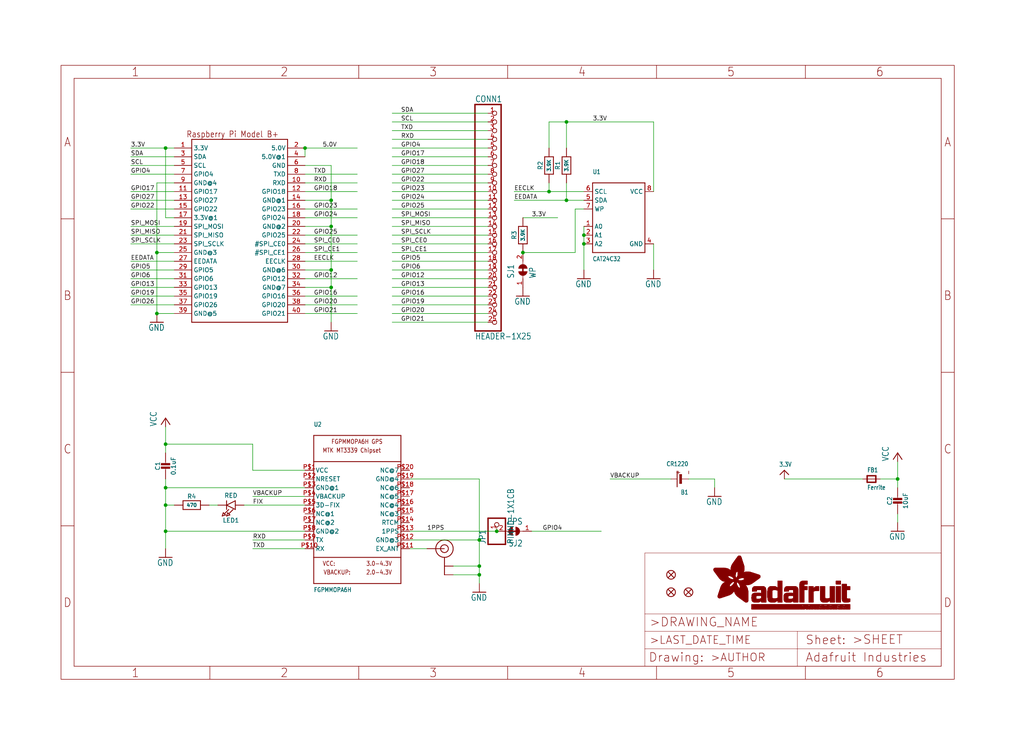
<source format=kicad_sch>
(kicad_sch (version 20211123) (generator eeschema)
  (paper "User" 298.45 217.881)
  (lib_symbols
    (symbol "eagleSchem-eagle-import:3.3V" (power)
      (property "Value" "3.3V" (at -1.524 1.016 0))
      (symbol "3.3V_1_0"
        (pin power_in line (at 0 -2.54 90) (length 2.54) (name "3.3V") (number "1"))
      )
    )
    (symbol "eagleSchem-eagle-import:BATTERYCR1220_SMT"
      (property "Reference" "B" (at -2.54 3.175 0))
      (property "Value" "BATTERYCR1220_SMT" (at -2.54 -5.08 0))
      (symbol "BATTERYCR1220_SMT_1_0"
        (text "+" (at 1.27 -1.143 900) (effects (font (size 1.27 1.0795)) (justify right top)))
        (text "-" (at -1.778 -1.143 900) (effects (font (size 1.27 1.0795)) (justify right top)))
        (pin passive line (at 2.54 0 180) (length 0) (name "+") (number "+$1"))
        (pin passive line (at -2.54 0 0) (length 0) (name "-") (number "-"))
      )
    )
    (symbol "eagleSchem-eagle-import:CAP_CERAMIC0805-NOOUTLINE"
      (property "Reference" "C" (at -2.29 1.25 90))
      (property "Value" "CAP_CERAMIC0805-NOOUTLINE" (at 2.3 1.25 90))
      (symbol "CAP_CERAMIC0805-NOOUTLINE_1_0"
        (pin passive line (at 0 5.08 270) (length 2.54) (name "1") (number "1"))
        (pin passive line (at 0 -2.54 90) (length 2.54) (name "2") (number "2"))
      )
    )
    (symbol "eagleSchem-eagle-import:EEPROM_I2C_SOIC8_GENERIC"
      (property "Reference" "U" (at -7.62 12.7 0))
      (property "Value" "EEPROM_I2C_SOIC8_GENERIC" (at -7.62 -12.7 0))
      (symbol "EEPROM_I2C_SOIC8_GENERIC_1_0"
        (pin input line (at -10.16 -2.54 0) (length 2.54) (name "A0") (number "1"))
        (pin input line (at -10.16 -5.08 0) (length 2.54) (name "A1") (number "2"))
        (pin input line (at -10.16 -7.62 0) (length 2.54) (name "A2") (number "3"))
        (pin power_in line (at 10.16 -7.62 180) (length 2.54) (name "GND") (number "4"))
        (pin bidirectional line (at -10.16 5.08 0) (length 2.54) (name "SDA") (number "5"))
        (pin input line (at -10.16 7.62 0) (length 2.54) (name "SCL") (number "6"))
        (pin input line (at -10.16 2.54 0) (length 2.54) (name "WP") (number "7"))
        (pin power_in line (at 10.16 7.62 180) (length 2.54) (name "VCC") (number "8"))
      )
    )
    (symbol "eagleSchem-eagle-import:FERRITE0805"
      (property "Reference" "FB" (at -1.27 1.905 0))
      (property "Value" "FERRITE0805" (at -1.27 -3.175 0))
      (symbol "FERRITE0805_1_0"
        (pin passive line (at -2.54 0 0) (length 2.54) (name "P$1") (number "1"))
        (pin passive line (at 2.54 0 180) (length 2.54) (name "P$2") (number "2"))
      )
    )
    (symbol "eagleSchem-eagle-import:FIDUCIAL{dblquote}{dblquote}")
    (symbol "eagleSchem-eagle-import:FRAME_A4_ADAFRUIT"
      (symbol "FRAME_A4_ADAFRUIT_0_0"
        (text "1" (at 21.6958 1.905 0) (effects (font (size 2.54 2.286))))
        (text "1" (at 21.6958 177.165 0) (effects (font (size 2.54 2.286))))
        (text "2" (at 65.0875 1.905 0) (effects (font (size 2.54 2.286))))
        (text "2" (at 65.0875 177.165 0) (effects (font (size 2.54 2.286))))
        (text "3" (at 108.4792 1.905 0) (effects (font (size 2.54 2.286))))
        (text "3" (at 108.4792 177.165 0) (effects (font (size 2.54 2.286))))
        (text "4" (at 151.8708 1.905 0) (effects (font (size 2.54 2.286))))
        (text "4" (at 151.8708 177.165 0) (effects (font (size 2.54 2.286))))
        (text "5" (at 195.2625 1.905 0) (effects (font (size 2.54 2.286))))
        (text "5" (at 195.2625 177.165 0) (effects (font (size 2.54 2.286))))
        (text "6" (at 238.6542 1.905 0) (effects (font (size 2.54 2.286))))
        (text "6" (at 238.6542 177.165 0) (effects (font (size 2.54 2.286))))
        (text "A" (at 1.905 156.6863 0) (effects (font (size 2.54 2.286))))
        (text "A" (at 258.445 156.6863 0) (effects (font (size 2.54 2.286))))
        (text "B" (at 1.905 111.9188 0) (effects (font (size 2.54 2.286))))
        (text "B" (at 258.445 111.9188 0) (effects (font (size 2.54 2.286))))
        (text "C" (at 1.905 67.1513 0) (effects (font (size 2.54 2.286))))
        (text "C" (at 258.445 67.1513 0) (effects (font (size 2.54 2.286))))
        (text "D" (at 1.905 22.3838 0) (effects (font (size 2.54 2.286))))
        (text "D" (at 258.445 22.3838 0) (effects (font (size 2.54 2.286))))
      )
      (symbol "FRAME_A4_ADAFRUIT_1_0"
        (text ">AUTHOR" (at 189.23 5.08 0) (effects (font (size 2.286 2.286)) (justify left bottom)))
        (text ">DRAWING_NAME" (at 171.45 15.24 0) (effects (font (size 2.54 2.54)) (justify left bottom)))
        (text ">LAST_DATE_TIME" (at 171.45 10.16 0) (effects (font (size 2.286 2.286)) (justify left bottom)))
        (text ">SHEET" (at 230.505 10.16 0) (effects (font (size 2.54 2.54)) (justify left bottom)))
        (text "Adafruit Industries" (at 216.916 4.953 0) (effects (font (size 2.54 2.54)) (justify left bottom)))
        (text "Drawing:" (at 171.196 4.953 0) (effects (font (size 2.54 2.54)) (justify left bottom)))
        (text "Sheet:" (at 216.916 10.033 0) (effects (font (size 2.54 2.54)) (justify left bottom)))
      )
    )
    (symbol "eagleSchem-eagle-import:GND" (power)
      (property "Value" "GND" (at -2.54 -2.54 0))
      (symbol "GND_1_0"
        (pin power_in line (at 0 2.54 270) (length 2.54) (name "GND") (number "1"))
      )
    )
    (symbol "eagleSchem-eagle-import:GPS_FGPMMOPA6H"
      (property "Reference" "U" (at -12.7 22.86 0))
      (property "Value" "GPS_FGPMMOPA6H" (at -12.7 -25.4 0))
      (symbol "GPS_FGPMMOPA6H_1_0"
        (text "2.0-4.3V" (at 2.54 -20.32 0) (effects (font (size 1.27 1.0795)) (justify left bottom)))
        (text "3.0-4.3V" (at 2.54 -17.78 0) (effects (font (size 1.27 1.0795)) (justify left bottom)))
        (text "FGPMMOPA6H GPS" (at -7.62 17.78 0) (effects (font (size 1.27 1.0795)) (justify left bottom)))
        (text "MTK MT3339 Chipset" (at -10.16 15.24 0) (effects (font (size 1.27 1.0795)) (justify left bottom)))
        (text "VBACKUP:" (at -9.906 -20.32 0) (effects (font (size 1.27 1.0795)) (justify left bottom)))
        (text "VCC:" (at -10.16 -17.78 0) (effects (font (size 1.27 1.0795)) (justify left bottom)))
        (pin bidirectional line (at -15.24 10.16 0) (length 2.54) (name "VCC") (number "P$1"))
        (pin bidirectional line (at -15.24 -12.7 0) (length 2.54) (name "RX") (number "P$10"))
        (pin bidirectional line (at 15.24 -12.7 180) (length 2.54) (name "EX_ANT") (number "P$11"))
        (pin bidirectional line (at 15.24 -10.16 180) (length 2.54) (name "GND@3") (number "P$12"))
        (pin bidirectional line (at 15.24 -7.62 180) (length 2.54) (name "1PPS") (number "P$13"))
        (pin bidirectional line (at 15.24 -5.08 180) (length 2.54) (name "RTCM") (number "P$14"))
        (pin bidirectional line (at 15.24 -2.54 180) (length 2.54) (name "NC@3") (number "P$15"))
        (pin bidirectional line (at 15.24 0 180) (length 2.54) (name "NC@4") (number "P$16"))
        (pin bidirectional line (at 15.24 2.54 180) (length 2.54) (name "NC@5") (number "P$17"))
        (pin bidirectional line (at 15.24 5.08 180) (length 2.54) (name "NC@6") (number "P$18"))
        (pin bidirectional line (at 15.24 7.62 180) (length 2.54) (name "GND@4") (number "P$19"))
        (pin bidirectional line (at -15.24 7.62 0) (length 2.54) (name "NRESET") (number "P$2"))
        (pin bidirectional line (at 15.24 10.16 180) (length 2.54) (name "NC@7") (number "P$20"))
        (pin bidirectional line (at -15.24 5.08 0) (length 2.54) (name "GND@1") (number "P$3"))
        (pin bidirectional line (at -15.24 2.54 0) (length 2.54) (name "VBACKUP") (number "P$4"))
        (pin bidirectional line (at -15.24 0 0) (length 2.54) (name "3D-FIX") (number "P$5"))
        (pin bidirectional line (at -15.24 -2.54 0) (length 2.54) (name "NC@1") (number "P$6"))
        (pin bidirectional line (at -15.24 -5.08 0) (length 2.54) (name "NC@2") (number "P$7"))
        (pin bidirectional line (at -15.24 -7.62 0) (length 2.54) (name "GND@2") (number "P$8"))
        (pin bidirectional line (at -15.24 -10.16 0) (length 2.54) (name "TX") (number "P$9"))
      )
    )
    (symbol "eagleSchem-eagle-import:HEADER-1X25"
      (property "Reference" "CONN" (at -3.81 33.655 0))
      (property "Value" "HEADER-1X25" (at -3.81 -35.56 0))
      (symbol "HEADER-1X25_1_0"
        (pin passive inverted (at 0 30.48 0) (length 2.54) (name "1") (number "1"))
        (pin passive inverted (at 0 7.62 0) (length 2.54) (name "10") (number "10"))
        (pin passive inverted (at 0 5.08 0) (length 2.54) (name "11") (number "11"))
        (pin passive inverted (at 0 2.54 0) (length 2.54) (name "12") (number "12"))
        (pin passive inverted (at 0 0 0) (length 2.54) (name "13") (number "13"))
        (pin passive inverted (at 0 -2.54 0) (length 2.54) (name "14") (number "14"))
        (pin passive inverted (at 0 -5.08 0) (length 2.54) (name "15") (number "15"))
        (pin passive inverted (at 0 -7.62 0) (length 2.54) (name "16") (number "16"))
        (pin passive inverted (at 0 -10.16 0) (length 2.54) (name "17") (number "17"))
        (pin passive inverted (at 0 -12.7 0) (length 2.54) (name "18") (number "18"))
        (pin passive inverted (at 0 -15.24 0) (length 2.54) (name "19") (number "19"))
        (pin passive inverted (at 0 27.94 0) (length 2.54) (name "2") (number "2"))
        (pin passive inverted (at 0 -17.78 0) (length 2.54) (name "20") (number "20"))
        (pin passive inverted (at 0 -20.32 0) (length 2.54) (name "21") (number "21"))
        (pin passive inverted (at 0 -22.86 0) (length 2.54) (name "22") (number "22"))
        (pin passive inverted (at 0 -25.4 0) (length 2.54) (name "23") (number "23"))
        (pin passive inverted (at 0 -27.94 0) (length 2.54) (name "24") (number "24"))
        (pin passive inverted (at 0 -30.48 0) (length 2.54) (name "25") (number "25"))
        (pin passive inverted (at 0 25.4 0) (length 2.54) (name "3") (number "3"))
        (pin passive inverted (at 0 22.86 0) (length 2.54) (name "4") (number "4"))
        (pin passive inverted (at 0 20.32 0) (length 2.54) (name "5") (number "5"))
        (pin passive inverted (at 0 17.78 0) (length 2.54) (name "6") (number "6"))
        (pin passive inverted (at 0 15.24 0) (length 2.54) (name "7") (number "7"))
        (pin passive inverted (at 0 12.7 0) (length 2.54) (name "8") (number "8"))
        (pin passive inverted (at 0 10.16 0) (length 2.54) (name "9") (number "9"))
      )
    )
    (symbol "eagleSchem-eagle-import:LED0805"
      (property "Reference" "D" (at -1.27 4.445 0))
      (property "Value" "LED0805" (at -1.27 -2.794 0))
      (symbol "LED0805_1_0"
        (pin passive line (at -5.08 0 0) (length 2.54) (name "A") (number "A"))
        (pin passive line (at 2.54 0 180) (length 2.54) (name "C") (number "C"))
      )
    )
    (symbol "eagleSchem-eagle-import:PINHD-1X1CB"
      (property "Reference" "JP" (at -6.35 3.175 0))
      (property "Value" "PINHD-1X1CB" (at -6.35 -5.08 0))
      (symbol "PINHD-1X1CB_1_0"
        (pin passive inverted (at -2.54 0 0) (length 2.54) (name "1") (number "1"))
      )
    )
    (symbol "eagleSchem-eagle-import:RASPBERRYPI_BPLUS_HATSLOTS"
      (symbol "RASPBERRYPI_BPLUS_HATSLOTS_1_0"
        (text "Raspberry Pi Model B+" (at 12.7 25.4 0) (effects (font (size 1.778 1.5113)) (justify right top)))
        (pin power_in line (at -17.78 20.32 0) (length 5.08) (name "3.3V") (number "1"))
        (pin bidirectional line (at 20.32 10.16 180) (length 5.08) (name "RXD") (number "10"))
        (pin bidirectional line (at -17.78 7.62 0) (length 5.08) (name "GPIO17") (number "11"))
        (pin bidirectional line (at 20.32 7.62 180) (length 5.08) (name "GPIO18") (number "12"))
        (pin bidirectional line (at -17.78 5.08 0) (length 5.08) (name "GPIO27") (number "13"))
        (pin power_in line (at 20.32 5.08 180) (length 5.08) (name "GND@1") (number "14"))
        (pin bidirectional line (at -17.78 2.54 0) (length 5.08) (name "GPIO22") (number "15"))
        (pin bidirectional line (at 20.32 2.54 180) (length 5.08) (name "GPIO23") (number "16"))
        (pin power_in line (at -17.78 0 0) (length 5.08) (name "3.3V@1") (number "17"))
        (pin bidirectional line (at 20.32 0 180) (length 5.08) (name "GPIO24") (number "18"))
        (pin bidirectional line (at -17.78 -2.54 0) (length 5.08) (name "SPI_MOSI") (number "19"))
        (pin power_in line (at 20.32 20.32 180) (length 5.08) (name "5.0V") (number "2"))
        (pin power_in line (at 20.32 -2.54 180) (length 5.08) (name "GND@2") (number "20"))
        (pin bidirectional line (at -17.78 -5.08 0) (length 5.08) (name "SPI_MISO") (number "21"))
        (pin bidirectional line (at 20.32 -5.08 180) (length 5.08) (name "GPIO25") (number "22"))
        (pin bidirectional line (at -17.78 -7.62 0) (length 5.08) (name "SPI_SCLK") (number "23"))
        (pin bidirectional line (at 20.32 -7.62 180) (length 5.08) (name "#SPI_CE0") (number "24"))
        (pin power_in line (at -17.78 -10.16 0) (length 5.08) (name "GND@3") (number "25"))
        (pin bidirectional line (at 20.32 -10.16 180) (length 5.08) (name "#SPI_CE1") (number "26"))
        (pin bidirectional line (at -17.78 -12.7 0) (length 5.08) (name "EEDATA") (number "27"))
        (pin power_in line (at 20.32 -12.7 180) (length 5.08) (name "EECLK") (number "28"))
        (pin bidirectional line (at -17.78 -15.24 0) (length 5.08) (name "GPIO5") (number "29"))
        (pin bidirectional line (at -17.78 17.78 0) (length 5.08) (name "SDA") (number "3"))
        (pin bidirectional line (at 20.32 -15.24 180) (length 5.08) (name "GND@6") (number "30"))
        (pin power_in line (at -17.78 -17.78 0) (length 5.08) (name "GPIO6") (number "31"))
        (pin bidirectional line (at 20.32 -17.78 180) (length 5.08) (name "GPIO12") (number "32"))
        (pin bidirectional line (at -17.78 -20.32 0) (length 5.08) (name "GPIO13") (number "33"))
        (pin bidirectional line (at 20.32 -20.32 180) (length 5.08) (name "GND@7") (number "34"))
        (pin bidirectional line (at -17.78 -22.86 0) (length 5.08) (name "GPIO19") (number "35"))
        (pin power_in line (at 20.32 -22.86 180) (length 5.08) (name "GPIO16") (number "36"))
        (pin bidirectional line (at -17.78 -25.4 0) (length 5.08) (name "GPIO26") (number "37"))
        (pin bidirectional line (at 20.32 -25.4 180) (length 5.08) (name "GPIO20") (number "38"))
        (pin power_in line (at -17.78 -27.94 0) (length 5.08) (name "GND@5") (number "39"))
        (pin power_in line (at 20.32 17.78 180) (length 5.08) (name "5.0V@1") (number "4"))
        (pin bidirectional line (at 20.32 -27.94 180) (length 5.08) (name "GPIO21") (number "40"))
        (pin bidirectional line (at -17.78 15.24 0) (length 5.08) (name "SCL") (number "5"))
        (pin power_in line (at 20.32 15.24 180) (length 5.08) (name "GND") (number "6"))
        (pin bidirectional line (at -17.78 12.7 0) (length 5.08) (name "GPIO4") (number "7"))
        (pin output line (at 20.32 12.7 180) (length 5.08) (name "TXD") (number "8"))
        (pin power_in line (at -17.78 10.16 0) (length 5.08) (name "GND@4") (number "9"))
      )
    )
    (symbol "eagleSchem-eagle-import:RESISTOR0805_NOOUTLINE"
      (property "Reference" "R" (at 0 2.54 0))
      (property "Value" "RESISTOR0805_NOOUTLINE" (at 0 0 0))
      (symbol "RESISTOR0805_NOOUTLINE_1_0"
        (pin passive line (at -5.08 0 0) (length 2.54) (name "1") (number "1"))
        (pin passive line (at 5.08 0 180) (length 2.54) (name "2") (number "2"))
      )
    )
    (symbol "eagleSchem-eagle-import:SOLDERJUMPER_CLOSED"
      (property "Reference" "SJ" (at -2.54 2.54 0))
      (property "Value" "SOLDERJUMPER_CLOSED" (at -2.54 -3.81 0))
      (symbol "SOLDERJUMPER_CLOSED_1_0"
        (pin passive line (at -5.08 0 0) (length 2.54) (name "1") (number "1"))
        (pin passive line (at 5.08 0 180) (length 2.54) (name "2") (number "2"))
      )
    )
    (symbol "eagleSchem-eagle-import:U.FL"
      (symbol "U.FL_1_0"
        (pin bidirectional line (at -2.54 -5.08 0) (length 2.54) (name "GND@0") (number "P$1"))
        (pin bidirectional line (at -2.54 -7.62 0) (length 2.54) (name "GND@1") (number "P$2"))
        (pin bidirectional line (at 5.08 0 180) (length 5.08) (name "SIGNAL") (number "P$3"))
      )
    )
    (symbol "eagleSchem-eagle-import:VCC" (power)
      (property "Value" "VCC" (at -2.54 -2.54 90))
      (symbol "VCC_1_0"
        (pin power_in line (at 0 -2.54 90) (length 2.54) (name "VCC") (number "1"))
      )
    )
  )
  (junction (at 45.72 73.66))
  (junction (at 48.26 129.54))
  (junction (at 96.52 83.82))
  (junction (at 139.7 167.64))
  (junction (at 48.26 154.94))
  (junction (at 45.72 91.44))
  (junction (at 96.52 66.04))
  (junction (at 48.26 142.24))
  (junction (at 96.52 78.74))
  (junction (at 144.78 154.94))
  (junction (at 261.62 139.7))
  (junction (at 48.26 43.18))
  (junction (at 170.18 71.12))
  (junction (at 152.4 73.66))
  (junction (at 139.7 157.48))
  (junction (at 160.02 55.88))
  (junction (at 48.26 147.32))
  (junction (at 170.18 68.58))
  (junction (at 88.9 43.18))
  (junction (at 165.1 35.56))
  (junction (at 96.52 58.42))
  (junction (at 139.7 165.1))
  (junction (at 165.1 58.42))
  (wire (pts (xy 48.26 139.7) (xy 48.26 142.24)))
  (wire (pts (xy 167.64 60.96) (xy 170.18 60.96)))
  (wire (pts (xy 38.1 86.36) (xy 50.8 86.36)))
  (wire (pts (xy 48.26 124.46) (xy 48.26 129.54)))
  (wire (pts (xy 88.9 71.12) (xy 104.14 71.12)))
  (wire (pts (xy 261.62 149.86) (xy 261.62 152.4)))
  (wire (pts (xy 142.24 71.12) (xy 114.3 71.12)))
  (wire (pts (xy 190.5 71.12) (xy 190.5 78.74)))
  (wire (pts (xy 88.9 63.5) (xy 104.14 63.5)))
  (wire (pts (xy 88.9 137.16) (xy 73.66 137.16)))
  (wire (pts (xy 88.9 86.36) (xy 104.14 86.36)))
  (wire (pts (xy 48.26 142.24) (xy 48.26 147.32)))
  (wire (pts (xy 200.66 139.7) (xy 208.28 139.7)))
  (wire (pts (xy 119.38 139.7) (xy 139.7 139.7)))
  (wire (pts (xy 88.9 81.28) (xy 104.14 81.28)))
  (wire (pts (xy 114.3 48.26) (xy 142.24 48.26)))
  (wire (pts (xy 165.1 58.42) (xy 170.18 58.42)))
  (wire (pts (xy 114.3 45.72) (xy 142.24 45.72)))
  (wire (pts (xy 50.8 147.32) (xy 48.26 147.32)))
  (wire (pts (xy 88.9 91.44) (xy 104.14 91.44)))
  (wire (pts (xy 114.3 88.9) (xy 142.24 88.9)))
  (wire (pts (xy 88.9 55.88) (xy 104.14 55.88)))
  (wire (pts (xy 88.9 43.18) (xy 104.14 43.18)))
  (wire (pts (xy 261.62 139.7) (xy 261.62 134.62)))
  (wire (pts (xy 160.02 55.88) (xy 149.86 55.88)))
  (wire (pts (xy 88.9 48.26) (xy 96.52 48.26)))
  (wire (pts (xy 45.72 53.34) (xy 50.8 53.34)))
  (wire (pts (xy 190.5 35.56) (xy 165.1 35.56)))
  (wire (pts (xy 139.7 167.64) (xy 139.7 170.18)))
  (wire (pts (xy 114.3 93.98) (xy 142.24 93.98)))
  (wire (pts (xy 38.1 58.42) (xy 50.8 58.42)))
  (wire (pts (xy 139.7 165.1) (xy 139.7 167.64)))
  (wire (pts (xy 88.9 58.42) (xy 96.52 58.42)))
  (wire (pts (xy 73.66 137.16) (xy 73.66 129.54)))
  (wire (pts (xy 48.26 147.32) (xy 48.26 154.94)))
  (wire (pts (xy 88.9 68.58) (xy 104.14 68.58)))
  (wire (pts (xy 50.8 43.18) (xy 48.26 43.18)))
  (wire (pts (xy 96.52 58.42) (xy 96.52 66.04)))
  (wire (pts (xy 88.9 154.94) (xy 48.26 154.94)))
  (wire (pts (xy 139.7 139.7) (xy 139.7 157.48)))
  (wire (pts (xy 96.52 83.82) (xy 96.52 93.98)))
  (wire (pts (xy 88.9 88.9) (xy 104.14 88.9)))
  (wire (pts (xy 88.9 73.66) (xy 104.14 73.66)))
  (wire (pts (xy 160.02 35.56) (xy 160.02 43.18)))
  (wire (pts (xy 261.62 139.7) (xy 261.62 142.24)))
  (wire (pts (xy 88.9 147.32) (xy 71.12 147.32)))
  (wire (pts (xy 88.9 45.72) (xy 88.9 43.18)))
  (wire (pts (xy 50.8 48.26) (xy 38.1 48.26)))
  (wire (pts (xy 114.3 35.56) (xy 142.24 35.56)))
  (wire (pts (xy 170.18 66.04) (xy 170.18 68.58)))
  (wire (pts (xy 142.24 55.88) (xy 114.3 55.88)))
  (wire (pts (xy 142.24 91.44) (xy 114.3 91.44)))
  (wire (pts (xy 119.38 157.48) (xy 139.7 157.48)))
  (wire (pts (xy 38.1 71.12) (xy 50.8 71.12)))
  (wire (pts (xy 38.1 83.82) (xy 50.8 83.82)))
  (wire (pts (xy 88.9 76.2) (xy 104.14 76.2)))
  (wire (pts (xy 88.9 66.04) (xy 96.52 66.04)))
  (wire (pts (xy 104.14 53.34) (xy 88.9 53.34)))
  (wire (pts (xy 152.4 73.66) (xy 167.64 73.66)))
  (wire (pts (xy 38.1 81.28) (xy 50.8 81.28)))
  (wire (pts (xy 48.26 129.54) (xy 73.66 129.54)))
  (wire (pts (xy 50.8 55.88) (xy 38.1 55.88)))
  (wire (pts (xy 88.9 78.74) (xy 96.52 78.74)))
  (wire (pts (xy 38.1 78.74) (xy 50.8 78.74)))
  (wire (pts (xy 114.3 40.64) (xy 142.24 40.64)))
  (wire (pts (xy 142.24 60.96) (xy 114.3 60.96)))
  (wire (pts (xy 149.86 58.42) (xy 165.1 58.42)))
  (wire (pts (xy 251.46 139.7) (xy 228.6 139.7)))
  (wire (pts (xy 45.72 73.66) (xy 45.72 91.44)))
  (wire (pts (xy 88.9 142.24) (xy 48.26 142.24)))
  (wire (pts (xy 165.1 35.56) (xy 160.02 35.56)))
  (wire (pts (xy 96.52 48.26) (xy 96.52 58.42)))
  (wire (pts (xy 142.24 38.1) (xy 114.3 38.1)))
  (wire (pts (xy 38.1 88.9) (xy 50.8 88.9)))
  (wire (pts (xy 48.26 63.5) (xy 50.8 63.5)))
  (wire (pts (xy 114.3 63.5) (xy 142.24 63.5)))
  (wire (pts (xy 63.5 147.32) (xy 60.96 147.32)))
  (wire (pts (xy 88.9 50.8) (xy 104.14 50.8)))
  (wire (pts (xy 132.08 167.64) (xy 139.7 167.64)))
  (wire (pts (xy 114.3 53.34) (xy 142.24 53.34)))
  (wire (pts (xy 50.8 50.8) (xy 38.1 50.8)))
  (wire (pts (xy 256.54 139.7) (xy 261.62 139.7)))
  (wire (pts (xy 45.72 73.66) (xy 45.72 53.34)))
  (wire (pts (xy 195.58 139.7) (xy 177.8 139.7)))
  (wire (pts (xy 154.94 154.94) (xy 175.26 154.94)))
  (wire (pts (xy 88.9 160.02) (xy 73.66 160.02)))
  (wire (pts (xy 48.26 63.5) (xy 48.26 43.18)))
  (wire (pts (xy 132.08 165.1) (xy 139.7 165.1)))
  (wire (pts (xy 142.24 43.18) (xy 114.3 43.18)))
  (wire (pts (xy 114.3 73.66) (xy 142.24 73.66)))
  (wire (pts (xy 88.9 157.48) (xy 73.66 157.48)))
  (wire (pts (xy 96.52 66.04) (xy 96.52 78.74)))
  (wire (pts (xy 142.24 66.04) (xy 114.3 66.04)))
  (wire (pts (xy 165.1 53.34) (xy 165.1 58.42)))
  (wire (pts (xy 170.18 71.12) (xy 170.18 78.74)))
  (wire (pts (xy 96.52 78.74) (xy 96.52 83.82)))
  (wire (pts (xy 190.5 55.88) (xy 190.5 35.56)))
  (wire (pts (xy 142.24 50.8) (xy 114.3 50.8)))
  (wire (pts (xy 170.18 68.58) (xy 170.18 71.12)))
  (wire (pts (xy 142.24 86.36) (xy 114.3 86.36)))
  (wire (pts (xy 45.72 73.66) (xy 50.8 73.66)))
  (wire (pts (xy 48.26 154.94) (xy 48.26 160.02)))
  (wire (pts (xy 114.3 68.58) (xy 142.24 68.58)))
  (wire (pts (xy 170.18 55.88) (xy 160.02 55.88)))
  (wire (pts (xy 160.02 53.34) (xy 160.02 55.88)))
  (wire (pts (xy 142.24 81.28) (xy 114.3 81.28)))
  (wire (pts (xy 139.7 157.48) (xy 139.7 165.1)))
  (wire (pts (xy 119.38 160.02) (xy 124.46 160.02)))
  (wire (pts (xy 165.1 43.18) (xy 165.1 35.56)))
  (wire (pts (xy 167.64 73.66) (xy 167.64 60.96)))
  (wire (pts (xy 152.4 63.5) (xy 162.56 63.5)))
  (wire (pts (xy 48.26 132.08) (xy 48.26 129.54)))
  (wire (pts (xy 119.38 154.94) (xy 144.78 154.94)))
  (wire (pts (xy 38.1 66.04) (xy 50.8 66.04)))
  (wire (pts (xy 208.28 139.7) (xy 208.28 142.24)))
  (wire (pts (xy 114.3 58.42) (xy 142.24 58.42)))
  (wire (pts (xy 50.8 76.2) (xy 38.1 76.2)))
  (wire (pts (xy 142.24 76.2) (xy 114.3 76.2)))
  (wire (pts (xy 88.9 60.96) (xy 104.14 60.96)))
  (wire (pts (xy 88.9 83.82) (xy 96.52 83.82)))
  (wire (pts (xy 142.24 33.02) (xy 114.3 33.02)))
  (wire (pts (xy 38.1 68.58) (xy 50.8 68.58)))
  (wire (pts (xy 50.8 45.72) (xy 38.1 45.72)))
  (wire (pts (xy 50.8 60.96) (xy 38.1 60.96)))
  (wire (pts (xy 48.26 43.18) (xy 38.1 43.18)))
  (wire (pts (xy 50.8 91.44) (xy 45.72 91.44)))
  (wire (pts (xy 114.3 78.74) (xy 142.24 78.74)))
  (wire (pts (xy 114.3 83.82) (xy 142.24 83.82)))
  (wire (pts (xy 88.9 144.78) (xy 73.66 144.78)))
  (label "GPIO25" (at 116.84 60.96 0) (effects (font (size 1.2446 1.2446))))
  (label "SPI_MOSI" (at 116.84 63.5 0) (effects (font (size 1.2446 1.2446))))
  (label "GPIO16" (at 116.84 86.36 0) (effects (font (size 1.2446 1.2446))))
  (label "GPIO24" (at 116.84 58.42 0) (effects (font (size 1.2446 1.2446))))
  (label "GPIO20" (at 116.84 91.44 0) (effects (font (size 1.2446 1.2446))))
  (label "GPIO4" (at 38.1 50.8 0) (effects (font (size 1.2446 1.2446))))
  (label "VBACKUP" (at 73.66 144.78 0) (effects (font (size 1.2446 1.2446))))
  (label "RXD" (at 116.84 40.64 0) (effects (font (size 1.2446 1.2446))))
  (label "SPI_SCLK" (at 38.1 71.12 0) (effects (font (size 1.2446 1.2446))))
  (label "GPIO5" (at 38.1 78.74 0) (effects (font (size 1.2446 1.2446))))
  (label "GPIO16" (at 91.44 86.36 0) (effects (font (size 1.2446 1.2446))))
  (label "SCL" (at 116.84 35.56 0) (effects (font (size 1.2446 1.2446))))
  (label "SDA" (at 38.1 45.72 0) (effects (font (size 1.2446 1.2446))))
  (label "GPIO21" (at 116.84 93.98 0) (effects (font (size 1.2446 1.2446))))
  (label "1PPS" (at 124.46 154.94 0) (effects (font (size 1.2446 1.2446))))
  (label "GPIO13" (at 38.1 83.82 0) (effects (font (size 1.2446 1.2446))))
  (label "3.3V" (at 172.72 35.56 0) (effects (font (size 1.2446 1.2446))))
  (label "EEDATA" (at 149.86 58.42 0) (effects (font (size 1.2446 1.2446))))
  (label "GPIO25" (at 91.44 68.58 0) (effects (font (size 1.2446 1.2446))))
  (label "SPI_CE0" (at 91.44 71.12 0) (effects (font (size 1.2446 1.2446))))
  (label "GPIO19" (at 38.1 86.36 0) (effects (font (size 1.2446 1.2446))))
  (label "SDA" (at 116.84 33.02 0) (effects (font (size 1.2446 1.2446))))
  (label "TXD" (at 73.66 160.02 0) (effects (font (size 1.2446 1.2446))))
  (label "3.3V" (at 154.94 63.5 0) (effects (font (size 1.2446 1.2446))))
  (label "SPI_SCLK" (at 116.84 68.58 0) (effects (font (size 1.2446 1.2446))))
  (label "GPIO22" (at 116.84 53.34 0) (effects (font (size 1.2446 1.2446))))
  (label "GPIO22" (at 38.1 60.96 0) (effects (font (size 1.2446 1.2446))))
  (label "GPIO24" (at 91.44 63.5 0) (effects (font (size 1.2446 1.2446))))
  (label "EECLK" (at 91.44 76.2 0) (effects (font (size 1.2446 1.2446))))
  (label "SCL" (at 38.1 48.26 0) (effects (font (size 1.2446 1.2446))))
  (label "FIX" (at 73.66 147.32 0) (effects (font (size 1.2446 1.2446))))
  (label "SPI_CE0" (at 116.84 71.12 0) (effects (font (size 1.2446 1.2446))))
  (label "SPI_CE1" (at 91.44 73.66 0) (effects (font (size 1.2446 1.2446))))
  (label "EEDATA" (at 38.1 76.2 0) (effects (font (size 1.2446 1.2446))))
  (label "3.3V" (at 38.1 43.18 0) (effects (font (size 1.2446 1.2446))))
  (label "GPIO6" (at 38.1 81.28 0) (effects (font (size 1.2446 1.2446))))
  (label "SPI_CE1" (at 116.84 73.66 0) (effects (font (size 1.2446 1.2446))))
  (label "5.0V" (at 93.98 43.18 0) (effects (font (size 1.2446 1.2446))))
  (label "GPIO23" (at 91.44 60.96 0) (effects (font (size 1.2446 1.2446))))
  (label "RXD" (at 73.66 157.48 0) (effects (font (size 1.2446 1.2446))))
  (label "GPIO4" (at 158.115 154.94 0) (effects (font (size 1.2446 1.2446))))
  (label "GPIO21" (at 91.44 91.44 0) (effects (font (size 1.2446 1.2446))))
  (label "GPIO23" (at 116.84 55.88 0) (effects (font (size 1.2446 1.2446))))
  (label "GPIO27" (at 38.1 58.42 0) (effects (font (size 1.2446 1.2446))))
  (label "TXD" (at 91.44 50.8 0) (effects (font (size 1.2446 1.2446))))
  (label "VBACKUP" (at 177.8 139.7 0) (effects (font (size 1.2446 1.2446))))
  (label "RXD" (at 91.44 53.34 0) (effects (font (size 1.2446 1.2446))))
  (label "GPIO4" (at 116.84 43.18 0) (effects (font (size 1.2446 1.2446))))
  (label "GPIO5" (at 116.84 76.2 0) (effects (font (size 1.2446 1.2446))))
  (label "GPIO12" (at 91.44 81.28 0) (effects (font (size 1.2446 1.2446))))
  (label "GPIO12" (at 116.84 81.28 0) (effects (font (size 1.2446 1.2446))))
  (label "EECLK" (at 149.86 55.88 0) (effects (font (size 1.2446 1.2446))))
  (label "GPIO18" (at 91.44 55.88 0) (effects (font (size 1.2446 1.2446))))
  (label "GPIO17" (at 38.1 55.88 0) (effects (font (size 1.2446 1.2446))))
  (label "GPIO18" (at 116.84 48.26 0) (effects (font (size 1.2446 1.2446))))
  (label "GPIO6" (at 116.84 78.74 0) (effects (font (size 1.2446 1.2446))))
  (label "SPI_MOSI" (at 38.1 66.04 0) (effects (font (size 1.2446 1.2446))))
  (label "GPIO17" (at 116.84 45.72 0) (effects (font (size 1.2446 1.2446))))
  (label "GPIO19" (at 116.84 88.9 0) (effects (font (size 1.2446 1.2446))))
  (label "GPIO27" (at 116.84 50.8 0) (effects (font (size 1.2446 1.2446))))
  (label "GPIO20" (at 91.44 88.9 0) (effects (font (size 1.2446 1.2446))))
  (label "SPI_MISO" (at 116.84 66.04 0) (effects (font (size 1.2446 1.2446))))
  (label "GPIO13" (at 116.84 83.82 0) (effects (font (size 1.2446 1.2446))))
  (label "GPIO26" (at 38.1 88.9 0) (effects (font (size 1.2446 1.2446))))
  (label "TXD" (at 116.84 38.1 0) (effects (font (size 1.2446 1.2446))))
  (label "SPI_MISO" (at 38.1 68.58 0) (effects (font (size 1.2446 1.2446))))
  (symbol (lib_id "eagleSchem-eagle-import:FIDUCIAL{dblquote}{dblquote}") (at 195.58 172.72 0) (unit 1)
    (property "Reference" "FID2" (effects hide))
    (property "Value" "FIDUCIAL{dblquote}{dblquote}" (effects hide))
    (property "Footprint" "eagleSchem:FIDUCIAL_1MM" (effects hide))
  )
  (symbol (lib_id "eagleSchem-eagle-import:SOLDERJUMPER_CLOSED") (at 149.86 154.94 180) (unit 1)
    (property "Reference" "SJ2" (at 152.4 157.48 0) (effects (font (size 1.778 1.5113)) (justify left bottom)))
    (property "Value" "PPS" (at 152.4 151.13 0) (effects (font (size 1.778 1.5113)) (justify left bottom)))
    (property "Footprint" "eagleSchem:SOLDERJUMPER_CLOSEDWIRE" (effects hide))
  )
  (symbol (lib_id "eagleSchem-eagle-import:RESISTOR0805_NOOUTLINE") (at 160.02 48.26 90) (unit 1)
    (property "Reference" "R2" (at 157.48 48.26 0))
    (property "Value" "3.9K" (at 160.02 48.26 0) (effects (font (size 1.016 1.016) bold)))
    (property "Footprint" "eagleSchem:0805-NO" (effects hide))
  )
  (symbol (lib_id "eagleSchem-eagle-import:GND") (at 96.52 96.52 0) (unit 1)
    (property "Reference" "#GND2" (effects hide))
    (property "Value" "GND" (at 93.98 99.06 0) (effects (font (size 1.778 1.5113)) (justify left bottom)))
    (property "Footprint" "eagleSchem:" (effects hide))
  )
  (symbol (lib_id "eagleSchem-eagle-import:GND") (at 45.72 93.98 0) (unit 1)
    (property "Reference" "#GND1" (effects hide))
    (property "Value" "GND" (at 43.18 96.52 0) (effects (font (size 1.778 1.5113)) (justify left bottom)))
    (property "Footprint" "eagleSchem:" (effects hide))
  )
  (symbol (lib_id "eagleSchem-eagle-import:GND") (at 190.5 81.28 0) (unit 1)
    (property "Reference" "#GND4" (effects hide))
    (property "Value" "GND" (at 187.96 83.82 0) (effects (font (size 1.778 1.5113)) (justify left bottom)))
    (property "Footprint" "eagleSchem:" (effects hide))
  )
  (symbol (lib_id "eagleSchem-eagle-import:CAP_CERAMIC0805-NOOUTLINE") (at 48.26 137.16 0) (unit 1)
    (property "Reference" "C1" (at 45.97 135.91 90))
    (property "Value" "0.1uF" (at 50.56 135.91 90))
    (property "Footprint" "eagleSchem:0805-NO" (effects hide))
  )
  (symbol (lib_id "eagleSchem-eagle-import:RESISTOR0805_NOOUTLINE") (at 55.88 147.32 0) (unit 1)
    (property "Reference" "R4" (at 55.88 144.78 0))
    (property "Value" "470" (at 55.88 147.32 0) (effects (font (size 1.016 1.016) bold)))
    (property "Footprint" "eagleSchem:0805-NO" (effects hide))
  )
  (symbol (lib_id "eagleSchem-eagle-import:GND") (at 170.18 81.28 0) (unit 1)
    (property "Reference" "#GND3" (effects hide))
    (property "Value" "GND" (at 167.64 83.82 0) (effects (font (size 1.778 1.5113)) (justify left bottom)))
    (property "Footprint" "eagleSchem:" (effects hide))
  )
  (symbol (lib_id "eagleSchem-eagle-import:FRAME_A4_ADAFRUIT") (at 17.78 198.12 0) (unit 1)
    (property "Reference" "#U$7" (effects hide))
    (property "Value" "FRAME_A4_ADAFRUIT" (effects hide))
    (property "Footprint" "eagleSchem:" (effects hide))
  )
  (symbol (lib_id "eagleSchem-eagle-import:VCC") (at 261.62 132.08 0) (unit 1)
    (property "Reference" "#P+2" (effects hide))
    (property "Value" "VCC" (at 259.08 134.62 90) (effects (font (size 1.778 1.5113)) (justify left bottom)))
    (property "Footprint" "eagleSchem:" (effects hide))
  )
  (symbol (lib_id "eagleSchem-eagle-import:BATTERYCR1220_SMT") (at 198.12 139.7 180) (unit 1)
    (property "Reference" "B1" (at 200.66 142.875 0) (effects (font (size 1.27 1.0795)) (justify left bottom)))
    (property "Value" "CR1220" (at 200.66 134.62 0) (effects (font (size 1.27 1.0795)) (justify left bottom)))
    (property "Footprint" "eagleSchem:CR1220" (effects hide))
  )
  (symbol (lib_id "eagleSchem-eagle-import:GPS_FGPMMOPA6H") (at 104.14 147.32 0) (unit 1)
    (property "Reference" "U2" (at 91.44 124.46 0) (effects (font (size 1.27 1.0795)) (justify left bottom)))
    (property "Value" "FGPMMOPA6H" (at 91.44 172.72 0) (effects (font (size 1.27 1.0795)) (justify left bottom)))
    (property "Footprint" "eagleSchem:FGPMMOPA6H" (effects hide))
  )
  (symbol (lib_id "eagleSchem-eagle-import:FIDUCIAL{dblquote}{dblquote}") (at 200.66 172.72 0) (unit 1)
    (property "Reference" "FID3" (effects hide))
    (property "Value" "FIDUCIAL{dblquote}{dblquote}" (effects hide))
    (property "Footprint" "eagleSchem:FIDUCIAL_1MM" (effects hide))
  )
  (symbol (lib_id "eagleSchem-eagle-import:U.FL") (at 129.54 160.02 0) (mirror y) (unit 1)
    (property "Reference" "U$20" (effects hide))
    (property "Value" "U.FL" (effects hide))
    (property "Footprint" "eagleSchem:U.FL" (effects hide))
  )
  (symbol (lib_id "eagleSchem-eagle-import:VCC") (at 48.26 121.92 0) (unit 1)
    (property "Reference" "#P+1" (effects hide))
    (property "Value" "VCC" (at 45.72 124.46 90) (effects (font (size 1.778 1.5113)) (justify left bottom)))
    (property "Footprint" "eagleSchem:" (effects hide))
  )
  (symbol (lib_id "eagleSchem-eagle-import:RESISTOR0805_NOOUTLINE") (at 165.1 48.26 90) (unit 1)
    (property "Reference" "R1" (at 162.56 48.26 0))
    (property "Value" "3.9K" (at 165.1 48.26 0) (effects (font (size 1.016 1.016) bold)))
    (property "Footprint" "eagleSchem:0805-NO" (effects hide))
  )
  (symbol (lib_id "eagleSchem-eagle-import:HEADER-1X25") (at 142.24 63.5 0) (unit 1)
    (property "Reference" "CONN1" (at 138.43 29.845 0) (effects (font (size 1.778 1.5113)) (justify left bottom)))
    (property "Value" "HEADER-1X25" (at 138.43 99.06 0) (effects (font (size 1.778 1.5113)) (justify left bottom)))
    (property "Footprint" "eagleSchem:1X25_ROUND_70MIL" (effects hide))
  )
  (symbol (lib_id "eagleSchem-eagle-import:EEPROM_I2C_SOIC8_GENERIC") (at 180.34 63.5 0) (unit 1)
    (property "Reference" "U1" (at 172.72 50.8 0) (effects (font (size 1.27 1.0795)) (justify left bottom)))
    (property "Value" "CAT24C32" (at 172.72 76.2 0) (effects (font (size 1.27 1.0795)) (justify left bottom)))
    (property "Footprint" "eagleSchem:SOIC8_150MIL" (effects hide))
  )
  (symbol (lib_id "eagleSchem-eagle-import:CAP_CERAMIC0805-NOOUTLINE") (at 261.62 147.32 0) (unit 1)
    (property "Reference" "C2" (at 259.33 146.07 90))
    (property "Value" "10uF" (at 263.92 146.07 90))
    (property "Footprint" "eagleSchem:0805-NO" (effects hide))
  )
  (symbol (lib_id "eagleSchem-eagle-import:3.3V") (at 228.6 137.16 0) (unit 1)
    (property "Reference" "#U$1" (effects hide))
    (property "Value" "3.3V" (at 227.076 136.144 0) (effects (font (size 1.27 1.0795)) (justify left bottom)))
    (property "Footprint" "eagleSchem:" (effects hide))
  )
  (symbol (lib_id "eagleSchem-eagle-import:GND") (at 152.4 86.36 0) (unit 1)
    (property "Reference" "#GND5" (effects hide))
    (property "Value" "GND" (at 149.86 88.9 0) (effects (font (size 1.778 1.5113)) (justify left bottom)))
    (property "Footprint" "eagleSchem:" (effects hide))
  )
  (symbol (lib_id "eagleSchem-eagle-import:FERRITE0805") (at 254 139.7 0) (unit 1)
    (property "Reference" "FB1" (at 252.73 137.795 0) (effects (font (size 1.27 1.0795)) (justify left bottom)))
    (property "Value" "Ferrite" (at 252.73 142.875 0) (effects (font (size 1.27 1.0795)) (justify left bottom)))
    (property "Footprint" "eagleSchem:0805" (effects hide))
  )
  (symbol (lib_id "eagleSchem-eagle-import:GND") (at 139.7 172.72 0) (unit 1)
    (property "Reference" "#U$19" (effects hide))
    (property "Value" "GND" (at 137.16 175.26 0) (effects (font (size 1.778 1.5113)) (justify left bottom)))
    (property "Footprint" "eagleSchem:" (effects hide))
  )
  (symbol (lib_id "eagleSchem-eagle-import:GND") (at 261.62 154.94 0) (unit 1)
    (property "Reference" "#U$5" (effects hide))
    (property "Value" "GND" (at 259.08 157.48 0) (effects (font (size 1.778 1.5113)) (justify left bottom)))
    (property "Footprint" "eagleSchem:" (effects hide))
  )
  (symbol (lib_id "eagleSchem-eagle-import:RESISTOR0805_NOOUTLINE") (at 152.4 68.58 90) (unit 1)
    (property "Reference" "R3" (at 149.86 68.58 0))
    (property "Value" "3.9K" (at 152.4 68.58 0) (effects (font (size 1.016 1.016) bold)))
    (property "Footprint" "eagleSchem:0805-NO" (effects hide))
  )
  (symbol (lib_id "eagleSchem-eagle-import:LED0805") (at 66.04 147.32 180) (unit 1)
    (property "Reference" "LED1" (at 67.31 151.765 0))
    (property "Value" "RED" (at 67.31 144.526 0))
    (property "Footprint" "eagleSchem:CHIPLED_0805" (effects hide))
  )
  (symbol (lib_id "eagleSchem-eagle-import:PINHD-1X1CB") (at 144.78 152.4 90) (unit 1)
    (property "Reference" "JP1" (at 141.605 158.75 0) (effects (font (size 1.778 1.5113)) (justify left bottom)))
    (property "Value" "PINHD-1X1CB" (at 149.86 158.75 0) (effects (font (size 1.778 1.5113)) (justify left bottom)))
    (property "Footprint" "eagleSchem:1X01-CLEANBIG" (effects hide))
  )
  (symbol (lib_id "eagleSchem-eagle-import:SOLDERJUMPER_CLOSED") (at 152.4 78.74 90) (unit 1)
    (property "Reference" "SJ1" (at 149.86 81.28 0) (effects (font (size 1.778 1.5113)) (justify left bottom)))
    (property "Value" "WP" (at 156.21 81.28 0) (effects (font (size 1.778 1.5113)) (justify left bottom)))
    (property "Footprint" "eagleSchem:SOLDERJUMPER_CLOSEDWIRE" (effects hide))
  )
  (symbol (lib_id "eagleSchem-eagle-import:FIDUCIAL{dblquote}{dblquote}") (at 195.58 167.64 0) (unit 1)
    (property "Reference" "FID1" (effects hide))
    (property "Value" "FIDUCIAL{dblquote}{dblquote}" (effects hide))
    (property "Footprint" "eagleSchem:FIDUCIAL_1MM" (effects hide))
  )
  (symbol (lib_id "eagleSchem-eagle-import:GND") (at 48.26 162.56 0) (unit 1)
    (property "Reference" "#U$2" (effects hide))
    (property "Value" "GND" (at 45.72 165.1 0) (effects (font (size 1.778 1.5113)) (justify left bottom)))
    (property "Footprint" "eagleSchem:" (effects hide))
  )
  (symbol (lib_id "eagleSchem-eagle-import:RASPBERRYPI_BPLUS_HATSLOTS") (at 68.58 63.5 0) (unit 1)
    (property "Reference" "RPI1" (effects hide))
    (property "Value" "RASPBERRYPI_BPLUS_HATSLOTS" (effects hide))
    (property "Footprint" "eagleSchem:PI_HAT_SLOTS" (effects hide))
  )
  (symbol (lib_id "eagleSchem-eagle-import:GND") (at 208.28 144.78 0) (unit 1)
    (property "Reference" "#U$14" (effects hide))
    (property "Value" "GND" (at 205.74 147.32 0) (effects (font (size 1.778 1.5113)) (justify left bottom)))
    (property "Footprint" "eagleSchem:" (effects hide))
  )
)
</source>
